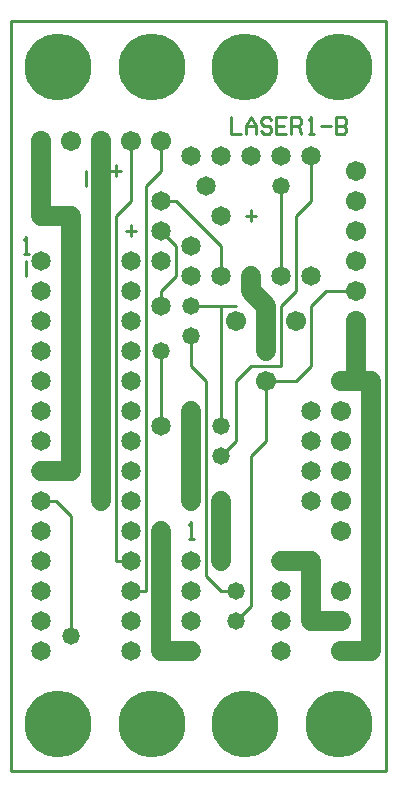
<source format=gtl>
%MOIN*%
%FSLAX25Y25*%
G04 D10 used for Character Trace; *
G04     Circle (OD=.01000) (No hole)*
G04 D11 used for Power Trace; *
G04     Circle (OD=.06700) (No hole)*
G04 D12 used for Signal Trace; *
G04     Circle (OD=.01100) (No hole)*
G04 D13 used for Via; *
G04     Circle (OD=.05800) (Round. Hole ID=.02800)*
G04 D14 used for Component hole; *
G04     Circle (OD=.06500) (Round. Hole ID=.03500)*
G04 D15 used for Component hole; *
G04     Circle (OD=.06700) (Round. Hole ID=.04300)*
G04 D16 used for Component hole; *
G04     Circle (OD=.08100) (Round. Hole ID=.05100)*
G04 D17 used for Component hole; *
G04     Circle (OD=.08900) (Round. Hole ID=.05900)*
G04 D18 used for Component hole; *
G04     Circle (OD=.11300) (Round. Hole ID=.08300)*
G04 D19 used for Component hole; *
G04     Circle (OD=.16000) (Round. Hole ID=.13000)*
G04 D20 used for Component hole; *
G04     Circle (OD=.18300) (Round. Hole ID=.15300)*
G04 D21 used for Component hole; *
G04     Circle (OD=.22291) (Round. Hole ID=.19291)*
%ADD10C,.01000*%
%ADD11C,.06700*%
%ADD12C,.01100*%
%ADD13C,.05800*%
%ADD14C,.06500*%
%ADD15C,.06700*%
%ADD16C,.08100*%
%ADD17C,.08900*%
%ADD18C,.11300*%
%ADD19C,.16000*%
%ADD20C,.18300*%
%ADD21C,.22291*%
%IPPOS*%
%LPD*%
G90*X0Y0D02*D21*X15625Y15625D03*D14*              
X40000Y40000D03*X10000D03*D13*X20000Y45000D03*D12*
Y85000D01*X15000Y90000D01*X10000D01*D14*D03*D11*  
Y100000D02*X20000D01*D14*X10000D03*D11*X20000D02* 
Y185000D01*X10000D01*D14*D03*D11*Y200000D01*D14*  
D03*D11*Y210000D01*D15*D03*X20000D03*D12*         
X25000Y195000D02*Y200000D01*D14*X30000D03*D11*    
Y185000D01*D14*D03*D11*Y170000D01*D13*D03*D11*    
Y135000D01*D13*D03*D11*Y90000D01*D13*D03*D14*     
X40000Y80000D03*Y100000D03*Y90000D03*             
X10000Y110000D03*Y70000D03*D13*X50000Y80000D03*   
D11*Y40000D01*X60000D01*D14*D03*Y50000D03*D13*    
X75000D03*D12*X80000Y55000D01*Y105000D01*         
X85000Y110000D01*Y130000D01*D15*D03*D12*X95000D01*
X100000Y135000D01*Y155000D01*X105000Y160000D01*   
X115000D01*D15*D03*Y170000D03*Y150000D03*D11*     
Y130000D01*X110000D01*D15*D03*D11*X115000D02*     
X120000D01*Y70000D01*D13*D03*D11*Y40000D01*       
X110000D01*D15*D03*D11*X100000Y50000D02*          
X110000D01*D15*D03*Y60000D03*D11*X100000Y50000D02*
Y70000D01*X90000D01*D14*D03*Y60000D03*D13*        
X75000D03*D12*X70000D01*X65000Y65000D01*          
Y130000D01*X60000Y135000D01*Y145000D01*D13*D03*   
D12*X70000Y115000D02*Y155000D01*D13*Y115000D03*   
D12*Y105000D02*X75000Y110000D01*D13*              
X70000Y105000D03*D12*X75000Y110000D02*Y130000D01* 
X80000Y135000D01*X90000D01*Y155000D01*            
X95000Y160000D01*Y185000D01*X100000Y190000D01*    
Y205000D01*D14*D03*D13*X90000Y195000D03*D12*      
Y165000D01*D14*D03*D11*X85000Y140000D02*          
Y155000D01*D13*Y140000D03*D15*X95000Y150000D03*   
X75000D03*D12*X60000Y155000D02*X70000D01*D13*     
X60000D03*D14*X70000Y165000D03*D12*Y175000D01*    
X55000Y190000D01*X50000D01*D14*D03*D12*           
X45000Y60000D02*Y195000D01*X40000Y60000D02*       
X45000D01*D14*X40000D03*Y70000D03*D12*X35000D01*  
Y185000D01*X40000Y190000D01*Y210000D01*D15*D03*   
D12*X45000Y195000D02*X50000Y200000D01*Y210000D01* 
D15*D03*D14*X60000Y205000D03*X65000Y195000D03*D10*
X33326Y200000D02*X36674D01*X35000Y201914D02*      
Y198086D01*D14*X70000Y205000D03*D15*              
X30000Y210000D03*D11*Y200000D01*D14*              
X50000Y180000D03*D12*X55000Y175000D01*Y165000D01* 
X50000Y160000D01*Y155000D01*D14*D03*              
X60000Y165000D03*X40000Y160000D03*Y150000D03*     
Y140000D03*X50000Y170000D03*D13*Y140000D03*D12*   
Y115000D01*D14*D03*X60000Y110000D03*D11*          
Y100000D01*D14*D03*D11*Y90000D01*D14*D03*D13*     
X70000D03*D11*Y70000D01*D13*D03*D10*              
X59163Y81914D02*X60000Y82871D01*Y77129D01*        
X59163D02*X60837D01*D14*X60000Y60000D03*Y70000D03*
X90000Y50000D03*X100000Y100000D03*Y90000D03*      
X40000Y50000D03*X90000Y40000D03*D15*              
X110000Y110000D03*D14*X100000D03*D15*             
X110000Y80000D03*D11*X60000Y110000D02*Y120000D01* 
D14*D03*X40000Y130000D03*Y120000D03*Y110000D03*   
D11*X85000Y155000D02*X80000Y160000D01*Y165000D01* 
D14*D03*D12*X70000Y155000D02*X75000D01*D14*       
X60000Y175000D03*X100000Y165000D03*D10*           
X78326Y185000D02*X81674D01*X80000Y186914D02*      
Y183086D01*D14*X70000Y185000D03*D15*              
X110000Y120000D03*D10*X38326Y180000D02*X41674D01* 
X40000Y181914D02*Y178086D01*D14*Y170000D03*       
X100000Y120000D03*D15*X115000Y180000D03*          
Y190000D03*Y200000D03*D14*X90000Y205000D03*       
X80000D03*D15*X110000Y100000D03*D10*              
X73326Y217871D02*Y212129D01*X76674D01*X78326D02*  
Y215000D01*X80000Y217871D01*X81674Y215000D01*     
Y212129D01*X78326Y215000D02*X81674D01*            
X86674Y216914D02*X85837Y217871D01*X84163D01*      
X83326Y216914D01*Y215957D01*X84163Y215000D01*     
X85837D01*X86674Y214043D01*Y213086D01*            
X85837Y212129D01*X84163D01*X83326Y213086D01*      
X91674Y212129D02*X88326D01*Y217871D01*X91674D01*  
X88326Y215000D02*X90837D01*X93326Y212129D02*      
Y217871D01*X95837D01*X96674Y216914D01*Y215957D01* 
X95837Y215000D01*X93326D01*X95837D02*             
X96674Y212129D01*X99163Y216914D02*                
X100000Y217871D01*Y212129D01*X99163D02*X100837D01*
X103326Y215000D02*X106674D01*X108326Y212129D02*   
Y217871D01*X110837D01*X111674Y216914D01*          
Y215957D01*X110837Y215000D01*X111674Y214043D01*   
Y213086D01*X110837Y212129D01*X108326D01*          
Y215000D02*X110837D01*D14*X10000Y170000D03*       
Y160000D03*Y150000D03*Y140000D03*Y130000D03*      
Y120000D03*D15*X110000Y90000D03*D10*              
X4163Y176914D02*X5000Y177871D01*Y172129D01*       
X4163D02*X5837D01*D12*X5000Y165000D02*Y170000D01* 
D21*X46875Y234375D03*X15625D03*X78125D03*D12*     
X0Y0D02*Y250000D01*Y0D02*X125000D01*Y250000D01*   
X0D01*D21*X109375Y234375D03*D14*X10000Y80000D03*  
Y60000D03*Y50000D03*D21*X46875Y15625D03*X78125D03*
X109375D03*M02*                                   

</source>
